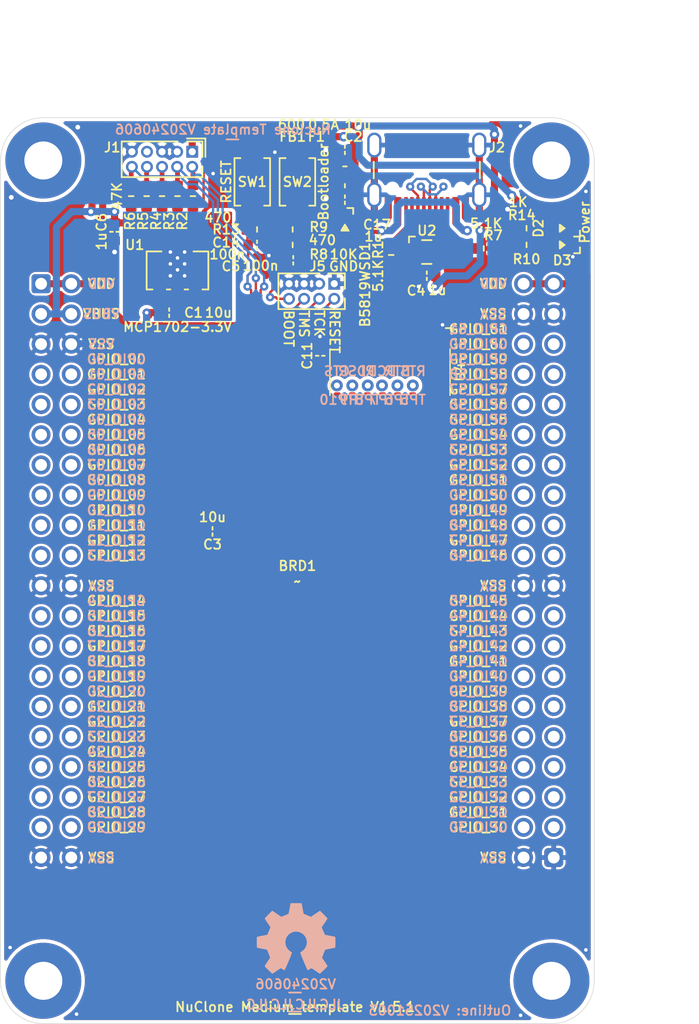
<source format=kicad_pcb>
(kicad_pcb (version 20241229) (generator "pcbnew") (generator_version "9.0")
  (layers (0 "F.Cu" mixed) (2 "B.Cu" mixed) (13 "F.Paste" user) (15 "B.Paste" user) (5 "F.SilkS" user "F.Silkscreen") (7 "B.SilkS" user "B.Silkscreen") (1 "F.Mask" user) (3 "B.Mask" user) (25 "Edge.Cuts" user))
  (net 0 "")
  (net 1 "/VBUS")
  (net 2 "Net-(F1-Pad2)")
  (net 3 "/VDD")
  (net 4 "/VSS")
  (net 5 "Net-(D2-A)")
  (net 6 "/GPIO_28")
  (net 7 "/GPIO_29")
  (net 8 "/GPIO_32")
  (net 9 "/GPIO_31")
  (net 10 "/GPIO_30")
  (net 13 "/GPIO_33")
  (net 14 "/TMS")
  (net 15 "/TCK")
  (net 16 "/TDO")
  (net 17 "/TDI")
  (net 18 "/RESET")
  (net 19 "Net-(R13-Pad2)")
  (net 21 "/BOOT")
  (net 22 "Net-(J2-CC1)")
  (net 24 "Net-(J2-CC2)")
  (net 26 "Net-(D1-K)")
  (net 27 "/GPIO_20")
  (net 28 "/GPIO_23")
  (net 29 "/GPIO_27")
  (net 30 "/GPIO_16")
  (net 31 "/GPIO_21")
  (net 32 "/GPIO_19")
  (net 33 "/GPIO_17")
  (net 34 "/GPIO_18")
  (net 35 "/GPIO_15")
  (net 36 "/GPIO_14")
  (net 37 "/GPIO_22")
  (net 38 "/GPIO_24")
  (net 39 "/GPIO_25")
  (net 40 "/GPIO_26")
  (net 41 "/GPIO_13")
  (net 42 "/GPIO_12")
  (net 43 "/GPIO_11")
  (net 44 "/GPIO_10")
  (net 45 "/GPIO_09")
  (net 46 "/GPIO_08")
  (net 47 "/GPIO_07")
  (net 48 "/GPIO_06")
  (net 49 "/GPIO_05")
  (net 50 "/GPIO_04")
  (net 51 "/GPIO_03")
  (net 52 "/GPIO_02")
  (net 53 "/GPIO_01")
  (net 54 "/GPIO_00")
  (net 57 "/GPIO_60")
  (net 58 "/GPIO_38")
  (net 59 "/GPIO_44")
  (net 60 "/GPIO_52")
  (net 61 "/GPIO_35")
  (net 62 "/GPIO_45")
  (net 63 "/GPIO_34")
  (net 64 "/GPIO_56")
  (net 65 "/GPIO_55")
  (net 66 "/GPIO_54")
  (net 67 "/GPIO_36")
  (net 68 "/GPIO_39")
  (net 69 "/GPIO_40")
  (net 70 "/GPIO_51")
  (net 71 "/GPIO_61")
  (net 72 "/GPIO_41")
  (net 73 "/GPIO_48")
  (net 74 "/GPIO_43")
  (net 75 "/GPIO_49")
  (net 76 "/GPIO_37")
  (net 77 "/GPIO_53")
  (net 78 "/GPIO_59")
  (net 79 "/GPIO_47")
  (net 80 "/GPIO_46")
  (net 81 "/DN")
  (net 84 "/DP")
  (net 85 "Net-(R9-Pad2)")
  (net 86 "Net-(D1-A)")
  (net 87 "/GPIO_58")
  (net 88 "/GPIO_50")
  (net 89 "/GPIO_42")
  (net 90 "/GPIO_57")
  (net 91 "Net-(D3-A)")
  (net 92 "/TNOW")
  (net 93 "Net-(U4-RTS#)")
  (net 94 "Net-(U4-DTR#)")
  (net 95 "Net-(U4-DCD#)")
  (net 96 "Net-(U4-RI#)")
  (net 97 "Net-(U4-DSR#)")
  (net 98 "Net-(U4-CTS#)")
  (net 100 "/BOOT_RX")
  (net 102 "/BOOT_TX")
  (footprint "SquantorCapacitor:C_0603" (layer "F.Cu") (at 59 32.7)
    (property "Reference" "C2")
    (property "Value" "10u")
  )
  (footprint "SquantorFuse:F_0603_hand" (layer "F.Cu") (at 59 34.1 180)
    (property "Reference" "F1")
    (property "Value" "0.5A")
  )
  (footprint "SquantorInductor:L_0603" (layer "F.Cu") (at 59 35.5)
    (property "Reference" "FB1")
    (property "Value" "600")
  )
  (footprint "SquantorConnectors:Header-0127-2X05-H006" (layer "F.Cu") (at 43.6 33.5 180)
    (property "Reference" "J1")
    (property "Value" "JTAG_2X05")
  )
  (footprint "SquantorSwitches:TD-85XU" (layer "F.Cu") (at 51.2 35.4 -90)
    (property "Reference" "SW1")
    (property "Value" "RESET")
  )
  (footprint "SquantorResistor:R_0603_hand" (layer "F.Cu") (at 62.9 41.55 90)
    (property "Reference" "R1")
    (property "Value" "5.1K")
  )
  (footprint "SquantorUsb:USB-C-HRO-31-M-12_aisler" (layer "F.Cu") (at 65.9 37.4 180)
    (property "Reference" "J2")
    (property "Value" "TYPE-C-31-M-12")
  )
  (footprint "SquantorResistor:R_0603_hand" (layer "F.Cu") (at 44.9 36.6 -90)
    (property "Reference" "R3")
    (property "Value" "47K")
  )
  (footprint "SquantorResistor:R_0603_hand" (layer "F.Cu") (at 42.3 36.6 -90)
    (property "Reference" "R5")
    (property "Value" "47K")
  )
  (footprint "SquantorResistor:R_0603_hand" (layer "F.Cu") (at 41 36.6 -90)
    (property "Reference" "R6")
    (property "Value" "47K")
  )
  (footprint "SquantorLabels:Label_Generic" (layer "F.Cu") (at 54.8 104.7875)
    (property "Reference" "N4" (hide yes))
    (property "Value" "NuClone Medium template V1.5.1")
  )
  (footprint "SquantorCapacitor:C_0603" (layer "F.Cu") (at 51.6 40.7 180)
    (property "Reference" "C14")
    (property "Value" "100n")
  )
  (footprint "SquantorResistor:R_0603_hand" (layer "F.Cu") (at 51.6 39.4)
    (property "Reference" "R13")
    (property "Value" "470")
  )
  (footprint "SquantorDiodes:LED_0603_hand" (layer "F.Cu") (at 77.3 39.3 180)
    (property "Reference" "D2")
    (property "Value" "GREEN")
  )
  (footprint "SquantorResistor:R_0603_hand" (layer "F.Cu") (at 74.3 39.3 180)
    (property "Reference" "R14")
    (property "Value" "1K")
  )
  (footprint "SquantorCapacitor:C_0603" (layer "F.Cu") (at 59 36.9)
    (property "Reference" "C17")
    (property "Value" "1u")
  )
  (footprint "SquantorResistor:R_0603_hand" (layer "F.Cu") (at 70.7 41 180)
    (property "Reference" "R7")
    (property "Value" "5.1K")
  )
  (footprint "SquantorResistor:R_0603_hand" (layer "F.Cu") (at 54.6 40.7)
    (property "Reference" "R8")
    (property "Value" "10K")
  )
  (footprint "SquantorSwitches:TD-85XU" (layer "F.Cu") (at 55 35.4 -90)
    (property "Reference" "SW2")
    (property "Value" "Bootloader")
  )
  (footprint "SquantorResistor:R_0603_hand" (layer "F.Cu") (at 46.2 36.6 -90)
    (property "Reference" "R2")
    (property "Value" "47K")
  )
  (footprint "SquantorResistor:R_0603_hand" (layer "F.Cu") (at 43.6 36.6 -90)
    (property "Reference" "R4")
    (property "Value" "47K")
  )
  (footprint "SquantorCapacitor:C_0603" (layer "F.Cu") (at 47.85 64.8 180)
    (property "Reference" "C3")
    (property "Value" "10u")
  )
  (footprint "SquantorIC:SOT89-NXP" (layer "F.Cu") (at 44.9 43.2)
    (property "Reference" "U1")
    (property "Value" "MCP1702-3.3V")
  )
  (footprint "SquantorCapacitor:C_0603" (layer "F.Cu") (at 44.2 46.4 180)
    (property "Reference" "C1")
    (property "Value" "10u")
  )
  (footprint "SquantorDiodes:LED_0603_hand" (layer "F.Cu") (at 77.3 40.7 180)
    (property "Reference" "D3")
    (property "Value" "RED")
  )
  (footprint "SquantorResistor:R_0603_hand" (layer "F.Cu") (at 74.3 40.7 180)
    (property "Reference" "R10")
    (property "Value" "1K")
  )
  (footprint "SquantorDiodes:SOD-323-nexperia-hand" (layer "F.Cu") (at 59 39.3 -90)
    (property "Reference" "D1")
    (property "Value" "B5819WS")
  )
  (footprint "SquantorCapacitor:C_0603" (layer "F.Cu") (at 65.9 43.3 180)
    (property "Reference" "C4")
    (property "Value" "1u")
  )
  (footprint "SquantorIC:SOIC-16_3.9x9.9mm_P1.27mm" (layer "F.Cu") (at 62.8 51.4 -90)
    (property "Reference" "U4")
    (property "Value" "CH340B")
  )
  (footprint "SquantorCapacitor:C_0603" (layer "F.Cu") (at 56.925 50.025 90)
    (property "Reference" "C11")
    (property "Value" "10u")
  )
  (footprint "SquantorIC:SOT363-ONsemi" (layer "F.Cu") (at 65.9 41.3)
    (property "Reference" "U2")
    (property "Value" "TPESD0504C6")
  )
  (footprint "SquantorCapacitor:C_0603" (layer "F.Cu") (at 54.65 42)
    (property "Reference" "C5")
    (property "Value" "100n")
  )
  (footprint "SquantorNuclone:Devboard_medium_generic" (layer "F.Cu") (at 55 68.1)
    (property "Reference" "BRD1")
    (property "Value" "~")
    (fp_line (start -24.999999 34.5) (end -24.999999 -34.5) (stroke (width 0.05)) (layer "Edge.Cuts"))
    (fp_line (start -21.4 -38.1) (end 21.4 -38.1) (stroke (width 0.05)) (layer "Edge.Cuts"))
    (fp_line (start 21.4 38.1) (end -21.4 38.1) (stroke (width 0.05)) (layer "Edge.Cuts"))
    (fp_line (start 25 -34.5) (end 25 34.5) (stroke (width 0.05)) (layer "Edge.Cuts"))
    (fp_arc (start -25 -34.5) (mid -23.945584 -37.045584) (end -21.4 -38.1) (stroke (width 0.05)) (layer "Edge.Cuts"))
    (fp_arc (start -21.4 38.1) (mid -23.945584 37.045584) (end -25 34.5) (stroke (width 0.05)) (layer "Edge.Cuts"))
    (fp_arc (start 21.4 -38.1) (mid 23.945584 -37.045584) (end 25 -34.5) (stroke (width 0.05)) (layer "Edge.Cuts"))
    (fp_arc (start 25 34.5) (mid 23.945584 37.045584) (end 21.4 38.1) (stroke (width 0.05)) (layer "Edge.Cuts"))
  )
  (footprint "SquantorResistor:R_0603_hand" (layer "F.Cu") (at 54.6 39.4)
    (property "Reference" "R9")
    (property "Value" "470")
  )
  (footprint "SquantorCapacitor:C_0603" (layer "F.Cu") (at 39.6 39.6 90)
    (property "Reference" "C6")
    (property "Value" "1u")
  )
  (footprint "SquantorConnectors:Header-0127-2X04-H006" (layer "F.Cu") (at 56.2 44.6 180)
    (property "Reference" "J5")
    (property "Value" "Conn_02x06_Odd_Even")
  )
  (footprint "SquantorLabels:Label_Generic" (layer "B.Cu") (at 54.8 102.9875 180)
    (property "Reference" "N2" (hide yes))
    (property "Value" "V20240606")
  )
  (footprint "Symbol:OSHW-Symbol_6.7x6mm_SilkScreen" (layer "B.Cu") (at 54.9 99.05 180)
    (property "Reference" "N1" (hide yes))
    (property "Value" "OHWLOGO" (hide yes))
  )
  (footprint "SquantorLabels:Label_Generic" (layer "B.Cu") (at 54.8 104.5875 180)
    (property "Reference" "N3" (hide yes))
    (property "Value" "JLCJLCJLCJLC")
  )
  (footprint "SquantorLabels:Label_Generic" (layer "B.Cu") (at 49.529 31.23 180)
    (property "Reference" "N5" (hide yes))
    (property "Value" "Nuclone Template V20240606")
  )
  (footprint "SquantorTestPoints:TestPoint_hole_H05R10" (layer "B.Cu") (at 58.325 52.525)
    (property "Reference" "TP10")
    (property "Value" "CTS")
  )
  (footprint "SquantorTestPoints:TestPoint_hole_H05R10" (layer "B.Cu") (at 60.925 52.525)
    (property "Reference" "TP8")
    (property "Value" "RI")
  )
  (footprint "SquantorTestPoints:TestPoint_hole_H05R10" (layer "B.Cu") (at 59.625 52.525)
    (property "Reference" "TP9")
    (property "Value" "DSR")
  )
  (footprint "SquantorTestPoints:TestPoint_hole_H05R10" (layer "B.Cu") (at 64.725 52.525)
    (property "Reference" "TP5")
    (property "Value" "RTS")
  )
  (footprint "SquantorTestPoints:TestPoint_hole_H05R10" (layer "B.Cu") (at 63.425 52.525)
    (property "Reference" "TP6")
    (property "Value" "DTR")
  )
  (footprint "SquantorTestPoints:TestPoint_hole_H05R10" (layer "B.Cu") (at 62.125 52.525)
    (property "Reference" "TP7")
    (property "Value" "DCD")
  )
  (gr_line (start 47.25 31.75) (end 45.7 31.75) (stroke (width 0.15)) (layer "F.SilkS"))
  (gr_line (start 47.25 31.75) (end 47.25 33.3) (stroke (width 0.15)) (layer "F.SilkS"))
  (gr_text "GND" (at 58.9 42.5 0) (layer "F.SilkS") (effects (font (size 0.8 0.8) (thickness 0.15) (bold yes))))
  (gr_text "Power" (at 79.2 38.8 90) (layer "F.SilkS") (effects (font (size 0.8 0.8) (thickness 0.15) (bold yes))))
  (gr_text "RESET\nTCK\nTMS\nBOOT" (at 53.8 46.1 270) (layer "F.SilkS") (effects (font (size 0.8 0.8) (thickness 0.15) (bold yes)) (justify left bottom)))
  (segment (start 60.1 30.7) (end 60.2 30.8) (width 0.6) (layer "F.Cu") (net 1))
  (segment (start 44.9 41.8) (end 44.9 41.9) (width 0.6) (layer "F.Cu") (net 1))
  (segment (start 66.1 41.5) (end 66.1 42.75) (width 0.2) (layer "F.Cu") (net 1))
  (segment (start 66.1 42.75) (end 66.65 43.3) (width 0.2) (layer "F.Cu") (net 1))
  (segment (start 39.6 30.7) (end 60.1 30.7) (width 0.6) (layer "F.Cu") (net 1))
  (segment (start 44.9 42.8) (end 44.9 42.6) (width 0.6) (layer "F.Cu") (net 1))
  (segment (start 70.4 39.5) (end 71.6 38.3) (width 0.6) (layer "F.Cu") (net 1))
  (segment (start 44.3 41.3) (end 44.8 41.8) (width 0.6) (layer "F.Cu") (net 1))
  (segment (start 37.7 37.8) (end 37.7 32.6) (width 0.6) (layer "F.Cu") (net 1))
  (segment (start 37.7 32.6) (end 39.6 30.7) (width 0.6) (layer "F.Cu") (net 1))
  (segment (start 44.3 42.3) (end 44.9 42.8) (width 0.6) (layer "F.Cu") (net 1))
  (segment (start 71.6 38.3) (end 71.6 31.4) (width 0.6) (layer "F.Cu") (net 1))
  (segment (start 60.2 31.6) (end 59.75 32.05) (width 0.6) (layer "F.Cu") (net 1))
  (segment (start 44.8 41.8) (end 44.9 41.8) (width 0.6) (layer "F.Cu") (net 1))
  (segment (start 44.9 41.9) (end 44.9 41.9) (width 0.6) (layer "F.Cu") (net 1))
  (segment (start 59.75 32.05) (end 59.75 32.7) (width 0.6) (layer "F.Cu") (net 1))
  (segment (start 66.6 44.2) (end 66.6 43.35) (width 0.4) (layer "F.Cu") (net 1))
  (segment (start 66.82 41.3) (end 66.3 41.3) (width 0.2) (layer "F.Cu") (net 1))
  (segment (start 44.75 38.85) (end 44.9 39) (width 0.6) (layer "F.Cu") (net 1))
  (segment (start 39.6 38.85) (end 44.75 38.85) (width 0.6) (layer "F.Cu") (net 1))
  (segment (start 59.75 32.7) (end 59.75 34.1) (width 0.6) (layer "F.Cu") (net 1))
  (segment (start 66.6 43.35) (end 66.65 43.3) (width 0.4) (layer "F.Cu") (net 1))
  (segment (start 44.9 39) (end 44.9 41.8) (width 0.6) (layer "F.Cu") (net 1))
  (segment (start 44.9 41.9) (end 44.3 42.3) (width 0.6) (layer "F.Cu") (net 1))
  (segment (start 37.6 37.9) (end 37.7 37.8) (width 0.6) (layer "F.Cu") (net 1))
  (segment (start 60.2 30.8) (end 60.2 31.6) (width 0.6) (layer "F.Cu") (net 1))
  (segment (start 39.6 37.9) (end 39.6 38.85) (width 0.6) (layer "F.Cu") (net 1))
  (segment (start 66.3 41.3) (end 66.1 41.5) (width 0.2) (layer "F.Cu") (net 1))
  (via (at 66.6 44.2) (size 0.7) (drill 0.3) (layers "F.Cu" "B.Cu") (net 1))
  (via (at 44.9 41.8) (size 0.7) (drill 0.3) (layers "F.Cu" "B.Cu") (net 1))
  (via (at 44.9 42.8) (size 0.7) (drill 0.3) (layers "F.Cu" "B.Cu") (net 1))
  (via (at 71.6 31.4) (size 0.8) (drill 0.4) (layers "F.Cu" "B.Cu") (net 1))
  (via (at 44.3 41.3) (size 0.7) (drill 0.3) (layers "F.Cu" "B.Cu") (net 1))
  (via (at 60.2 30.8) (size 0.8) (drill 0.4) (layers "F.Cu" "B.Cu") (net 1))
  (via (at 45.5 42.3) (size 0.7) (drill 0.3) (layers "F.Cu" "B.Cu") (net 1))
  (via (at 37.6 37.9) (size 0.8) (drill 0.4) (layers "F.Cu" "B.Cu") (net 1))
  (via (at 45.5 43.3) (size 0.7) (drill 0.3) (layers "F.Cu" "B.Cu") (net 1))
  (via (at 44.3 43.3) (size 0.7) (drill 0.3) (layers "F.Cu" "B.Cu") (net 1))
  (via (at 39.6 37.9) (size 0.8) (drill 0.4) (layers "F.Cu" "B.Cu") (net 1))
  (via (at 45.5 41.3) (size 0.7) (drill 0.3) (layers "F.Cu" "B.Cu") (net 1))
  (via (at 70.4 39.5) (size 0.8) (drill 0.4) (layers "F.Cu" "B.Cu") (net 1))
  (via (at 44.3 42.3) (size 0.7) (drill 0.3) (layers "F.Cu" "B.Cu") (net 1))
  (segment (start 69.289039 43.310961) (end 70.4 42.2) (width 0.6) (layer "B.Cu") (net 1))
  (segment (start 67.489039 43.310961) (end 69.289039 43.310961) (width 0.6) (layer "B.Cu") (net 1))
  (segment (start 37.6 37.9) (end 36 37.9) (width 0.6) (layer "B.Cu") (net 1))
  (segment (start 36 37.9) (end 34.7 39.2) (width 0.6) (layer "B.Cu") (net 1))
  (segment (start 34.7 39.2) (end 34.7 46.51) (width 0.6) (layer "B.Cu") (net 1))
  (segment (start 37.6 37.9) (end 39.6 37.9) (width 0.6) (layer "B.Cu") (net 1))
  (segment (start 70.4 42.2) (end 70.4 39.5) (width 0.6) (layer "B.Cu") (net 1))
  (segment (start 60.2 30.8) (end 60.3 30.7) (width 0.6) (layer "B.Cu") (net 1))
  (segment (start 60.3 30.7) (end 71.3 30.7) (width 0.6) (layer "B.Cu") (net 1))
  (segment (start 66.6 44.2) (end 67.489039 43.310961) (width 0.6) (layer "B.Cu") (net 1))
  (segment (start 34.7 46.51) (end 33.41 46.51) (width 0.6) (layer "B.Cu") (net 1))
  (segment (start 35.95 46.51) (end 34.7 46.51) (width 0.6) (layer "B.Cu") (net 1))
  (segment (start 71.3 30.7) (end 71.6 31) (width 0.6) (layer "B.Cu") (net 1))
  (segment (start 71.6 31) (end 71.6 31.4) (width 0.6) (layer "B.Cu") (net 1))
  (segment (start 58.25 35.5) (end 58.25 34.1) (width 0.6) (layer "F.Cu") (net 2))
  (segment (start 38.8 37.1) (end 40.1 37.1) (width 0.2) (layer "F.Cu") (net 3))
  (segment (start 37.7 44.5) (end 37.7 44) (width 0.6) (layer "F.Cu") (net 3))
  (segment (start 46.4 45.8) (end 45.8 46.4) (width 0.6) (layer "F.Cu") (net 3))
  (segment (start 46.75 37.45) (end 47.1 37.1) (width 0.2) (layer "F.Cu") (net 3))
  (segment (start 46.2 37.45) (end 46.75 37.45) (width 0.2) (layer "F.Cu") (net 3))
  (segment (start 45 47.5) (end 54.3 47.5) (width 0.6) (layer "F.Cu") (net 3))
  (segment (start 73.4 38.5) (end 74.2 37.7) (width 0.2) (layer "F.Cu") (net 3))
  (segment (start 46.4 44.95) (end 46.4 45.8) (width 0.6) (layer "F.Cu") (net 3))
  (segment (start 35.99 43.93) (end 35.95 43.97) (width 0.6) (layer "F.Cu") (net 3))
  (segment (start 74.4 37.9) (end 78.8 37.9) (width 0.6) (layer "F.Cu") (net 3))
  (segment (start 46.14 32.865) (end 46.14 31.64) (width 0.6) (layer "F.Cu") (net 3))
  (segment (start 47.1 31.6) (end 46.1 31.6) (width 0.6) (layer "F.Cu") (net 3))
  (segment (start 38.6 33) (end 40 31.6) (width 0.6) (layer "F.Cu") (net 3))
  (segment (start 38.6 36.9) (end 38.6 33) (width 0.6) (layer "F.Cu") (net 3))
  (segment (start 56.4 31.6) (end 56.4 40.4) (width 0.6) (layer "F.Cu") (net 3))
  (segment (start 40 31.6) (end 46.1 31.6) (width 0.6) (layer "F.Cu") (net 3))
  (segment (start 37.67 43.97) (end 37.7 44) (width 0.6) (layer "F.Cu") (net 3))
  (segment (start 42.3 37.45) (end 41 37.45) (width 0.2) (layer "F.Cu") (net 3))
  (segment (start 44.8 47.5) (end 40.7 47.5) (width 0.6) (layer "F.Cu") (net 3))
  (segment (start 40.1 37.1) (end 40.45 37.45) (width 0.2) (layer "F.Cu") (net 3))
  (segment (start 40.7 47.5) (end 37.7 44.5) (width 0.6) (layer "F.Cu") (net 3))
  (segment (start 38.6 36.9) (end 38.8 37.1) (width 0.2) (layer "F.Cu") (net 3))
  (segment (start 55.6 48.8) (end 55.6 50.2) (width 0.6) (layer "F.Cu") (net 3))
  (segment (start 37.7 44) (end 37.7 39.3) (width 0.6) (layer "F.Cu") (net 3))
  (segment (start 58.9 31.6) (end 57 31.6) (width 0.6) (layer "F.Cu") (net 3))
  (segment (start 46.14 31.64) (end 46.1 31.6) (width 0.6) (layer "F.Cu") (net 3))
  (segment (start 74.2 37.7) (end 74.4 37.9) (width 0.6) (layer "F.Cu") (net 3))
  (segment (start 35.95 43.97) (end 37.67 43.97) (width 0.6) (layer "F.Cu") (net 3))
  (segment (start 79.1 38.2) (end 79.1 42.6) (width 0.6) (layer "F.Cu") (net 3))
  (segment (start 40.45 37.45) (end 41 37.45) (width 0.2) (layer "F.Cu") (net 3))
  (segment (start 33.41 43.97) (end 35.95 43.97) (width 0.6) (layer "F.Cu") (net 3))
  (segment (start 44.9 47.4) (end 45 47.5) (width 0.6) (layer "F.Cu") (net 3))
  (segment (start 78.8 37.9) (end 79.1 38.2) (width 0.6) (layer "F.Cu") (net 3))
  (segment (start 37.7 39.3) (end 38.6 38.4) (width 0.6) (layer "F.Cu") (net 3))
  (segment (start 73.4 39.3) (end 73.4 38.5) (width 0.2) (layer "F.Cu") (net 3))
  (segment (start 66.775 50.775) (end 67.245 51.245) (width 0.6) (layer "F.Cu") (net 3))
  (segment (start 56.175 50.775) (end 56.925 50.775) (width 0.6) (layer "F.Cu") (net 3))
  (segment (start 67.245 51.245) (end 67.245 53.975) (width 0.6) (layer "F.Cu") (net 3))
  (segment (start 43.6 37.45) (end 42.3 37.45) (width 0.2) (layer "F.Cu") (net 3))
  (segment (start 44.95 47.35) (end 44.9 47.4) (width 0.6) (layer "F.Cu") (net 3))
  (segment (start 38.6 38.4) (end 38.6 36.9) (width 0.6) (layer "F.Cu") (net 3))
  (segment (start 56.925 50.775) (end 63.4 50.775) (width 0.6) (layer "F.Cu") (net 3))
  (segment (start 79.1 42.6) (end 77.73 43.97) (width 0.6) (layer "F.Cu") (net 3))
  (segment (start 63.435 48.825) (end 63.435 50.74) (width 0.6) (layer "F.Cu") (net 3))
  (segment (start 56.4 40.4) (end 56.1 40.7) (width 0.6) (layer "F.Cu") (net 3))
  (segment (start 56.1 40.7) (end 55.45 40.7) (width 0.6) (layer "F.Cu") (net 3))
  (segment (start 77.73 43.97) (end 76.59 43.97) (width 0.6) (layer "F.Cu") (net 3))
  (segment (start 54.3 47.5) (end 55.6 48.8) (width 0.6) (layer "F.Cu") (net 3))
  (segment (start 74.05 43.97) (end 76.59 43.97) (width 0.6) (layer "F.Cu") (net 3))
  (segment (start 44.95 46.4) (end 44.95 47.35) (width 0.6) (layer "F.Cu") (net 3))
  (segment (start 57 31.6) (end 47.1 31.6) (width 0.6) (layer "F.Cu") (net 3))
  (segment (start 63.4 50.775) (end 66.775 50.775) (width 0.6) (layer "F.Cu") (net 3))
  (segment (start 47.1 37.1) (end 47.1 31.6) (width 0.2) (layer "F.Cu") (net 3))
  (segment (start 45.8 46.4) (end 44.95 46.4) (width 0.6) (layer "F.Cu") (net 3))
  (segment (start 44.9 47.4) (end 44.8 47.5) (width 0.6) (layer "F.Cu") (net 3))
  (segment (start 63.435 50.74) (end 63.4 50.775) (width 0.6) (layer "F.Cu") (net 3))
  (segment (start 55.6 50.2) (end 56.175 50.775) (width 0.6) (layer "F.Cu") (net 3))
  (segment (start 73.05 36.55) (end 74.2 37.7) (width 0.6) (layer "F.Cu") (net 3))
  (via (at 73.05 36.55) (size 0.8) (drill 0.4) (layers "F.Cu" "B.Cu") (net 3))
  (via (at 58.9 31.6) (size 0.8) (drill 0.4) (layers "F.Cu" "B.Cu") (net 3))
  (segment (start 59.7 31.6) (end 58.9 31.6) (width 0.6) (layer "B.Cu") (net 3))
  (segment (start 73.05 36.55) (end 70.5 34) (width 0.6) (layer "B.Cu") (net 3))
  (segment (start 60.2 32.1) (end 59.7 31.6) (width 0.6) (layer "B.Cu") (net 3))
  (segment (start 60.2 33.3) (end 60.2 32.1) (width 0.6) (layer "B.Cu") (net 3))
  (segment (start 60.9 34) (end 60.2 33.3) (width 0.6) (layer "B.Cu") (net 3))
  (segment (start 70.5 34) (end 60.9 34) (width 0.6) (layer "B.Cu") (net 3))
  (segment (start 62.5 38.5) (end 61.6 38.5) (width 0.6) (layer "F.Cu") (net 4))
  (segment (start 46.8 38.3) (end 47.6 37.5) (width 0.2) (layer "F.Cu") (net 4))
  (segment (start 58.15 36.8) (end 58.25 36.9) (width 0.6) (layer "F.Cu") (net 4))
  (segment (start 54.6 32.9) (end 53.1 32.9) (width 0.4) (layer "F.Cu") (net 4))
  (segment (start 57.4 32.7) (end 58.25 32.7) (width 0.6) (layer "F.Cu") (net 4))
  (segment (start 47.6 37.5) (end 47.6 35) (width 0.2) (layer "F.Cu") (net 4))
  (segment (start 52.6 41.6) (end 52.6 40.95) (width 0.2) (layer "F.Cu") (net 4))
  (segment (start 45.3 38.3) (end 46.8 38.3) (width 0.2) (layer "F.Cu") (net 4))
  (segment (start 62.65 37.4) (end 62.65 38.35) (width 0.6) (layer "F.Cu") (net 4))
  (segment (start 70.1 38.5) (end 70.32 38.28) (width 0.6) (layer "F.Cu") (net 4))
  (segment (start 39.6 40.35) (end 39.6 41.3) (width 0.2) (layer "F.Cu") (net 4))
  (segment (start 65.7 41.5) (end 65.7 42.75) (width 0.2) (layer "F.Cu") (net 4))
  (segment (start 69.3 38.5) (end 70.1 38.5) (width 0.6) (layer "F.Cu") (net 4))
  (segment (start 65.2 44.2) (end 65.15 44.15) (width 0.4) (layer "F.Cu") (net 4))
  (segment (start 62.65 38.35) (end 62.5 38.5) (width 0.6) (layer "F.Cu") (net 4))
  (segment (start 69.15 38.35) (end 69.3 38.5) (width 0.6) (layer "F.Cu") (net 4))
  (segment (start 43.4 44.95) (end 43.4 46.35) (width 0.6) (layer "F.Cu") (net 4))
  (segment (start 61.6 38.5) (end 61.48 38.38) (width 0.6) (layer "F.Cu") (net 4))
  (segment (start 44.9 37.45) (end 44.9 37.9) (width 0.2) (layer "F.Cu") (net 4))
  (segment (start 57.4 36.8) (end 58.15 36.8) (width 0.6) (layer "F.Cu") (net 4))
  (segment (start 70.32 32.305) (end 70.32 36.485) (width 0.6) (layer "F.Cu") (net 4))
  (segment (start 51.2 32.9) (end 53.1 32.9) (width 0.4) (layer "F.Cu") (net 4))
  (segment (start 70.32 38.28) (end 70.32 36.485) (width 0.6) (layer "F.Cu") (net 4))
  (segment (start 47.6 35) (end 47.9 34.7) (width 0.2) (layer "F.Cu") (net 4))
  (segment (start 61.48 32.305) (end 61.48 36.485) (width 0.6) (layer "F.Cu") (net 4))
  (segment (start 64.98 41.3) (end 65.5 41.3) (width 0.2) (layer "F.Cu") (net 4))
  (segment (start 65.5 41.3) (end 65.7 41.5) (width 0.2) (layer "F.Cu") (net 4))
  (segment (start 43.4 46.35) (end 43.45 46.4) (width 0.6) (layer "F.Cu") (net 4))
  (segment (start 44.9 37.9) (end 45.3 38.3) (width 0.2) (layer "F.Cu") (net 4))
  (segment (start 61.48 38.38) (end 61.48 36.485) (width 0.6) (layer "F.Cu") (net 4))
  (segment (start 52.6 40.95) (end 52.35 40.7) (width 0.2) (layer "F.Cu") (net 4))
  (segment (start 65.15 44.15) (end 65.15 43.3) (width 0.4) (layer "F.Cu") (net 4))
  (segment (start 69.15 37.4) (end 69.15 38.35) (width 0.6) (layer "F.Cu") (net 4))
  (segment (start 65.7 42.75) (end 65.15 43.3) (width 0.2) (layer "F.Cu") (net 4))
  (segment (start 42.3 46.4) (end 43.45 46.4) (width 0.6) (layer "F.Cu") (net 4))
  (via (at 73.8 105.5) (size 0.7) (drill 0.3) (layers "F.Cu" "B.Cu") (net 4))
  (via (at 53.1 32.9) (size 0.7) (drill 0.3) (layers "F.Cu" "B.Cu") (net 4))
  (via (at 67.225 47.425) (size 0.7) (drill 0.3) (layers "F.Cu" "B.Cu") (net 4))
  (via (at 73.8 30.7) (size 0.7) (drill 0.3) (layers "F.Cu" "B.Cu") (net 4))
  (via (at 72.7 37.7) (size 0.8) (drill 0.4) (layers "F.Cu" "B.Cu") (net 4))
  (via (at 30.9 36.7) (size 0.8) (drill 0.4) (layers "F.Cu" "B.Cu") (net 4))
  (via (at 78.2 41.7) (size 0.7) (drill 0.3) (layers "F.Cu" "B.Cu") (net 4))
  (via (at 39.6 41.3) (size 0.8) (drill 0.4) (layers "F.Cu" "B.Cu") (net 4))
  (via (at 30.8 99.8) (size 0.7) (drill 0.3) (layers "F.Cu" "B.Cu") (net 4))
  (via (at 65.2 44.2) (size 0.7) (drill 0.3) (layers "F.Cu" "B.Cu") (net 4))
  (via (at 56.9 48.4) (size 0.7) (drill 0.3) (layers "F.Cu" "B.Cu") (net 4))
  (via (at 57.4 32.7) (size 0.8) (drill 0.4) (layers "F.Cu" "B.Cu") (net 4))
  (via (at 36.5 30.8) (size 0.8) (drill 0.4) (layers "F.Cu" "B.Cu") (net 4))
  (via (at 79.3 100) (size 0.7) (drill 0.3) (layers "F.Cu" "B.Cu") (net 4))
  (via (at 79.3 36.2) (size 0.7) (drill 0.3) (layers "F.Cu" "B.Cu") (net 4))
  (via (at 47.9 34.7) (size 0.7) (drill 0.3) (layers "F.Cu" "B.Cu") (net 4))
  (via (at 52.6 41.6) (size 0.7) (drill 0.3) (layers "F.Cu" "B.Cu") (net 4))
  (via (at 57.4 36.8) (size 0.8) (drill 0.4) (layers "F.Cu" "B.Cu") (net 4))
  (via (at 36.4 105.4) (size 0.7) (drill 0.3) (layers "F.Cu" "B.Cu") (net 4))
  (via (at 42.3 46.4) (size 0.7) (drill 0.3) (layers "F.Cu" "B.Cu") (net 4))
  (segment (start 42.3 48.4) (end 42.3 46.4) (width 0.6) (layer "B.Cu") (net 4))
  (segment (start 41.69 49.01) (end 42.3 48.4) (width 0.6) (layer "B.Cu") (net 4))
  (segment (start 35.94 49.01) (end 41.69 49.01) (width 0.6) (layer "B.Cu") (net 4))
  (segment (start 75.2 39.3) (end 76.45 39.3) (width 0.2) (layer "F.Cu") (net 5))
  (segment (start 55.565 45.235) (end 54.7 46.1) (width 0.2) (layer "F.Cu") (net 14))
  (segment (start 46.2 34.195) (end 46.14 34.135) (width 0.4) (layer "F.Cu") (net 14))
  (segment (start 52.5 46.1) (end 51.9 45.5) (width 0.2) (layer "F.Cu") (net 14))
  (segment (start 54.7 46.1) (end 52.5 46.1) (width 0.2) (layer "F.Cu") (net 14))
  (segment (start 51.9 45.5) (end 51.9 44.5) (width 0.2) (layer "F.Cu") (net 14))
  (segment (start 51.9 44.5) (end 52.2 44.2) (width 0.2) (layer "F.Cu") (net 14))
  (segment (start 46.2 35.75) (end 46.2 34.195) (width 0.4) (layer "F.Cu") (net 14))
  (via (at 52.2 44.2) (size 0.7) (drill 0.3) (layers "F.Cu" "B.Cu") (net 14))
  (segment (start 48.7 36.734314) (end 46.765685 34.8) (width 0.2) (layer "B.Cu") (net 14))
  (segment (start 51.9 42.980761) (end 51.9 41.734314) (width 0.2) (layer "B.Cu") (net 14))
  (segment (start 46.765685 34.8) (end 46.14 34.8) (width 0.2) (layer "B.Cu") (net 14))
  (segment (start 52.2 44.2) (end 52.2 43.280761) (width 0.2) (layer "B.Cu") (net 14))
  (segment (start 51.9 41.734314) (end 48.7 38.534314) (width 0.2) (layer "B.Cu") (net 14))
  (segment (start 48.7 38.534314) (end 48.7 36.734314) (width 0.2) (layer "B.Cu") (net 14))
  (segment (start 52.2 43.280761) (end 51.9 42.980761) (width 0.2) (layer "B.Cu") (net 14))
  (segment (start 46.14 34.8) (end 46.14 34.135) (width 0.2) (layer "B.Cu") (net 14))
  (segment (start 44.9 35.75) (end 44.9 34.165) (width 0.4) (layer "F.Cu") (net 15))
  (segment (start 44.9 34.165) (end 44.87 34.135) (width 0.4) (layer "F.Cu") (net 15))
  (segment (start 51.5 45.665685) (end 51.5 43.5) (width 0.2) (layer "F.Cu") (net 15))
  (segment (start 55.57 46.5) (end 52.334315 46.5) (width 0.2) (layer "F.Cu") (net 15))
  (segment (start 52.334315 46.5) (end 51.5 45.665685) (width 0.2) (layer "F.Cu") (net 15))
  (segment (start 56.835 45.235) (end 55.57 46.5) (width 0.2) (layer "F.Cu") (net 15))
  (via (at 51.5 43.5) (size 0.7) (drill 0.3) (layers "F.Cu" "B.Cu") (net 15))
  (segment (start 46.6 35.2) (end 45.935 35.2) (width 0.2) (layer "B.Cu") (net 15))
  (segment (start 51.5 43.5) (end 51.5 41.9) (width 0.2) (layer "B.Cu") (net 15))
  (segment (start 51.5 41.9) (end 48.3 38.7) (width 0.2) (layer "B.Cu") (net 15))
  (segment (start 48.3 38.7) (end 48.3 36.9) (width 0.2) (layer "B.Cu") (net 15))
  (segment (start 48.3 36.9) (end 46.6 35.2) (width 0.2) (layer "B.Cu") (net 15))
  (segment (start 45.935 35.2) (end 44.87 34.135) (width 0.2) (layer "B.Cu") (net 15))
  (segment (start 43.6 35.75) (end 43.6 34.135) (width 0.4) (layer "F.Cu") (net 16))
  (segment (start 42.3 34.165) (end 42.33 34.135) (width 0.4) (layer "F.Cu") (net 17))
  (segment (start 42.3 35.75) (end 42.3 34.165) (width 0.4) (layer "F.Cu") (net 17))
  (segment (start 50.7 39.4) (end 50.75 39.4) (width 0.2) (layer "F.Cu") (net 18))
  (segment (start 56.44 46.9) (end 52.1 46.9) (width 0.2) (layer "F.Cu") (net 18))
  (segment (start 52.1 46.9) (end 51.1 45.9) (width 0.2) (layer "F.Cu") (net 18))
  (segment (start 51.1 42.980761) (end 51.1 42.1) (width 0.2) (layer "F.Cu") (net 18))
  (segment (start 50.8 39.45) (end 50.8 40.65) (width 0.2) (layer "F.Cu") (net 18))
  (segment (start 50.85 41.85) (end 50.85 40.7) (width 0.2) (layer "F.Cu") (net 18))
  (segment (start 50.8 44.2) (end 50.8 43.280761) (width 0.2) (layer "F.Cu") (net 18))
  (segment (start 41 35.75) (end 41 34.195) (width 0.4) (layer "F.Cu") (net 18))
  (segment (start 51.1 44.5) (end 50.8 44.2) (width 0.2) (layer "F.Cu") (net 18))
  (segment (start 51.1 45.9) (end 51.1 44.5) (width 0.2) (layer "F.Cu") (net 18))
  (segment (start 50.75 39.4) (end 50.8 39.45) (width 0.2) (layer "F.Cu") (net 18))
  (segment (start 41 34.195) (end 41.06 34.135) (width 0.4) (layer "F.Cu") (net 18))
  (segment (start 50.8 40.65) (end 50.85 40.7) (width 0.2) (layer "F.Cu") (net 18))
  (segment (start 58.105 45.235) (end 56.44 46.9) (width 0.2) (layer "F.Cu") (net 18))
  (segment (start 50.8 43.280761) (end 51.1 42.980761) (width 0.2) (layer "F.Cu") (net 18))
  (segment (start 51.1 42.1) (end 50.85 41.85) (width 0.2) (layer "F.Cu") (net 18))
  (via (at 50.8 44.2) (size 0.7) (drill 0.3) (layers "F.Cu" "B.Cu") (net 18))
  (segment (start 45.769314 35.6) (end 45.104314 34.935) (width 0.2) (layer "B.Cu") (net 18))
  (segment (start 50.8 43.280761) (end 51.1 42.980761) (width 0.2) (layer "B.Cu") (net 18))
  (segment (start 50.8 44.2) (end 50.8 43.280761) (width 0.2) (layer "B.Cu") (net 18))
  (segment (start 45.104314 34.935) (end 41.86 34.935) (width 0.2) (layer "B.Cu") (net 18))
  (segment (start 41.86 34.935) (end 41.06 34.135) (width 0.2) (layer "B.Cu") (net 18))
  (segment (start 51.1 42.065685) (end 47.9 38.865685) (width 0.2) (layer "B.Cu") (net 18))
  (segment (start 46.434314 35.6) (end 45.769314 35.6) (width 0.2) (layer "B.Cu") (net 18))
  (segment (start 47.9 38.865685) (end 47.9 37.065686) (width 0.2) (layer "B.Cu") (net 18))
  (segment (start 47.9 37.065686) (end 46.434314 35.6) (width 0.2) (layer "B.Cu") (net 18))
  (segment (start 51.1 42.980761) (end 51.1 42.065685) (width 0.2) (layer "B.Cu") (net 18))
  (segment (start 51.2 37.9) (end 52.1 37.9) (width 0.2) (layer "F.Cu") (net 19))
  (segment (start 52.65 38.45) (end 52.65 39.4) (width 0.2) (layer "F.Cu") (net 19))
  (segment (start 52.1 37.9) (end 52.65 38.45) (width 0.2) (layer "F.Cu") (net 19))
  (segment (start 52.7 44.7) (end 52.7 45.1) (width 0.2) (layer "F.Cu") (net 21))
  (segment (start 52.9 43.7) (end 52.9 44.5) (width 0.2) (layer "F.Cu") (net 21))
  (segment (start 53.17 45.1) (end 53.305 45.235) (width 0.2) (layer "F.Cu") (net 21))
  (segment (start 53.305 45.235) (end 54.295 45.235) (width 0.2) (layer "F.Cu") (net 21))
  (segment (start 52.7 45.1) (end 53.17 45.1) (width 0.2) (layer "F.Cu") (net 21))
  (segment (start 53.75 40.7) (end 53.75 41.85) (width 0.2) (layer "F.Cu") (net 21))
  (segment (start 53.9 42) (end 53.9 42.7) (width 0.2) (layer "F.Cu") (net 21))
  (segment (start 53.75 41.85) (end 53.9 42) (width 0.2) (layer "F.Cu") (net 21))
  (segment (start 53.75 39.4) (end 53.75 40.7) (width 0.2) (layer "F.Cu") (net 21))
  (segment (start 52.9 44.5) (end 52.7 44.7) (width 0.2) (layer "F.Cu") (net 21))
  (segment (start 53.9 42.7) (end 52.9 43.7) (width 0.2) (layer "F.Cu") (net 21))
  (via (at 52.7 45.1) (size 0.7) (drill 0.3) (layers "F.Cu" "B.Cu") (net 21))
  (segment (start 69.4 41) (end 69.85 41) (width 0.2) (layer "F.Cu") (net 22))
  (segment (start 67.15 37.4) (end 67.15 38.75) (width 0.2) (layer "F.Cu") (net 22))
  (segment (start 67.15 38.75) (end 69.4 41) (width 0.2) (layer "F.Cu") (net 22))
  (segment (start 62.9 40.4) (end 62.9 40.7) (width 0.2) (layer "F.Cu") (net 24))
  (segment (start 64.15 37.4) (end 64.15 39.15) (width 0.2) (layer "F.Cu") (net 24))
  (segment (start 64.15 37.4) (end 64.1 37.45) (width 0.2) (layer "F.Cu") (net 24))
  (segment (start 64.15 39.15) (end 62.9 40.4) (width 0.2) (layer "F.Cu") (net 24))
  (segment (start 59.75 36.9) (end 59.75 35.5) (width 0.6) (layer "F.Cu") (net 26))
  (segment (start 59.45 38.25) (end 59 38.25) (width 0.6) (layer "F.Cu") (net 26))
  (segment (start 59.75 37.95) (end 59.45 38.25) (width 0.6) (layer "F.Cu") (net 26))
  (segment (start 59.75 36.9) (end 59.75 37.95) (width 0.6) (layer "F.Cu") (net 26))
  (segment (start 65.65 37.4) (end 65.65 36.05) (width 0.2) (layer "F.Cu") (net 81))
  (segment (start 65.5 40.55) (end 65.4 40.65) (width 0.2) (layer "F.Cu") (net 81))
  (segment (start 65.65 36.05) (end 65.4 35.8) (width 0.2) (layer "F.Cu") (net 81))
  (segment (start 67.299503 35.900497) (end 66.65 36.55) (width 0.2) (layer "F.Cu") (net 81))
  (segment (start 67.299503 35.8) (end 67.299503 35.900497) (width 0.2) (layer "F.Cu") (net 81))
  (segment (start 65.4 40.65) (end 64.98 40.65) (width 0.2) (layer "F.Cu") (net 81))
  (segment (start 65.65 38.25) (end 65.5 38.4) (width 0.2) (layer "F.Cu") (net 81))
  (segment (start 66.65 36.55) (end 66.65 37.4) (width 0.2) (layer "F.Cu") (net 81))
  (segment (start 65.5 38.4) (end 65.5 40.55) (width 0.2) (layer "F.Cu") (net 81))
  (segment (start 65.65 37.4) (end 65.65 38.25) (width 0.2) (layer "F.Cu") (net 81))
  (via (at 65.4 35.8) (size 0.7) (drill 0.3) (layers "F.Cu" "B.Cu") (net 81))
  (via (at 67.299503 35.8) (size 0.7) (drill 0.3) (layers "F.Cu" "B.Cu") (net 81))
  (segment (start 66.75 36.45) (end 67.299503 35.900497) (width 0.2) (layer "B.Cu") (net 81))
  (segment (start 67.299503 35.900497) (end 67.299503 35.8) (width 0.2) (layer "B.Cu") (net 81))
  (segment (start 65.4 35.8) (end 66.05 36.45) (width 0.2) (layer "B.Cu") (net 81))
  (segment (start 66.05 36.45) (end 66.75 36.45) (width 0.2) (layer "B.Cu") (net 81))
  (segment (start 64.500497 35.900497) (end 65.15 36.55) (width 0.2) (layer "F.Cu") (net 84))
  (segment (start 66.3 40.55) (end 66.4 40.65) (width 0.2) (layer "F.Cu") (net 84))
  (segment (start 66.3 38.4) (end 66.3 40.55) (width 0.2) (layer "F.Cu") (net 84))
  (segment (start 66.4 40.65) (end 66.82 40.65) (width 0.2) (layer "F.Cu") (net 84))
  (segment (start 66.15 38.25) (end 66.3 38.4) (width 0.2) (layer "F.Cu") (net 84))
  (segment (start 66.15 37.4) (end 66.15 38.25) (width 0.2) (layer "F.Cu") (net 84))
  (segment (start 66.15 37.4) (end 66.15 36.05) (width 0.2) (layer "F.Cu") (net 84))
  (segment (start 65.15 36.55) (end 65.15 37.4) (width 0.2) (layer "F.Cu") (net 84))
  (segment (start 65.15 37.4) (end 65.15 37.85) (width 0.2) (layer "F.Cu") (net 84))
  (segment (start 65.15 37.6) (end 65.15 37.85) (width 0.2) (layer "F.Cu") (net 84))
  (segment (start 66.15 36.05) (end 66.4 35.8) (width 0.2) (layer "F.Cu") (net 84))
  (segment (start 64.500497 35.8) (end 64.500497 35.900497) (width 0.2) (layer "F.Cu") (net 84))
  (via (at 64.500497 35.8) (size 0.7) (drill 0.3) (layers "F.Cu" "B.Cu") (net 84))
  (via (at 66.4 35.8) (size 0.7) (drill 0.3) (layers "F.Cu" "B.Cu") (net 84))
  (segment (start 64.500497 35.694693) (end 65.04519 35.15) (width 0.2) (layer "B.Cu") (net 84))
  (segment (start 64.500497 35.8) (end 64.500497 35.694693) (width 0.2) (layer "B.Cu") (net 84))
  (segment (start 65.85 35.15) (end 66.4 35.7) (width 0.2) (layer "B.Cu") (net 84))
  (segment (start 66.4 35.7) (end 66.4 35.8) (width 0.2) (layer "B.Cu") (net 84))
  (segment (start 65.04519 35.15) (end 65.85 35.15) (width 0.2) (layer "B.Cu") (net 84))
  (segment (start 55.4 37.9) (end 55.45 37.95) (width 0.2) (layer "F.Cu") (net 85))
  (segment (start 55 37.9) (end 55.4 37.9) (width 0.2) (layer "F.Cu") (net 85))
  (segment (start 55.45 37.95) (end 55.45 39.4) (width 0.2) (layer "F.Cu") (net 85))
  (segment (start 62.1 39.5) (end 62.9 39.5) (width 0.6) (layer "F.Cu") (net 86))
  (segment (start 62.1 39.5) (end 60.3 39.5) (width 0.6) (layer "F.Cu") (net 86))
  (segment (start 60.3 39.5) (end 59.45 40.35) (width 0.6) (layer "F.Cu") (net 86))
  (segment (start 68.35 38.85) (end 68.35 37.4) (width 0.6) (layer "F.Cu") (net 86))
  (segment (start 62.9 39.5) (end 63.45 38.95) (width 0.6) (layer "F.Cu") (net 86))
  (segment (start 59.45 40.35) (end 59 40.35) (width 0.6) (layer "F.Cu") (net 86))
  (segment (start 69 39.5) (end 68.35 38.85) (width 0.6) (layer "F.Cu") (net 86))
  (segment (start 69.3 39.5) (end 69 39.5) (width 0.6) (layer "F.Cu") (net 86))
  (segment (start 63.45 38.95) (end 63.45 37.4) (width 0.6) (layer "F.Cu") (net 86))
  (via (at 62.1 39.5) (size 0.8) (drill 0.4) (layers "F.Cu" "B.Cu") (net 86))
  (via (at 69.3 39.5) (size 0.8) (drill 0.4) (layers "F.Cu" "B.Cu") (net 86))
  (segment (start 63.4 37.5) (end 63.8 37.1) (width 0.6) (layer "B.Cu") (net 86))
  (segment (start 63.8 37.1) (end 68 37.1) (width 0.6) (layer "B.Cu") (net 86))
  (segment (start 63.4 39) (end 63.4 37.5) (width 0.6) (layer "B.Cu") (net 86))
  (segment (start 62.9 39.5) (end 63.4 39) (width 0.6) (layer "B.Cu") (net 86))
  (segment (start 62.1 39.5) (end 62.9 39.5) (width 0.6) (layer "B.Cu") (net 86))
  (segment (start 68 37.1) (end 68.4 37.5) (width 0.6) (layer "B.Cu") (net 86))
  (segment (start 68.4 38.9) (end 69 39.5) (width 0.6) (layer "B.Cu") (net 86))
  (segment (start 69 39.5) (end 69.3 39.5) (width 0.6) (layer "B.Cu") (net 86))
  (segment (start 68.4 37.5) (end 68.4 38.9) (width 0.6) (layer "B.Cu") (net 86))
  (segment (start 75.2 40.7) (end 76.45 40.7) (width 0.2) (layer "F.Cu") (net 91))
  (zone (net 4) (net_name "/VSS") (layer "F.Cu") (connect_pads (clearance 0.3)) (min_thickness 0.3) (fill yes (thermal_gap 0.3) (thermal_bridge_width 0.4))
    (polygon (pts (xy 80 106.2) (xy 30 106.2) (xy 30 30) (xy 80 30)))
  )
  (zone (net 0) (net_name "") (layer "F.Cu") (connect_pads (clearance 0)) (min_thickness 0.254)
    (keepout (tracks allowed) (vias allowed) (pads allowed) (copperpour not_allowed) (footprints allowed))
    (fill (thermal_gap 0.508) (thermal_bridge_width 0.508))
    (polygon (pts (xy 71.1 38.5) (xy 60.7 38.5) (xy 60.7 29.7) (xy 71.1 29.7)))
  )
  (zone (net 1) (net_name "/VBUS") (layers "F.Cu" "B.Cu") (priority 1) (connect_pads (clearance 0.3)) (min_thickness 0.2) (fill yes (thermal_gap 0.2) (thermal_bridge_width 0.4))
    (polygon (pts (xy 49.5 37.9) (xy 49.5 47.1) (xy 40.3 47.1) (xy 40.3 37.9)))
  )
  (zone (net 4) (net_name "/VSS") (layer "B.Cu") (connect_pads (clearance 0.3)) (min_thickness 0.3) (fill yes (thermal_gap 0.3) (thermal_bridge_width 0.4))
    (polygon (pts (xy 30 30) (xy 80 30) (xy 80 106.2) (xy 30 106.2)))
  )
)
</source>
